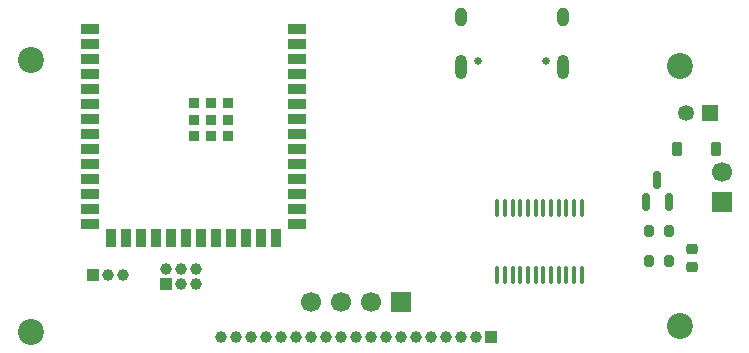
<source format=gbr>
%TF.GenerationSoftware,KiCad,Pcbnew,9.0.1*%
%TF.CreationDate,2025-06-14T17:56:14-05:00*%
%TF.ProjectId,OM-FlexGrid-Rigid-PCB,4f4d2d46-6c65-4784-9772-69642d526967,rev?*%
%TF.SameCoordinates,Original*%
%TF.FileFunction,Soldermask,Bot*%
%TF.FilePolarity,Negative*%
%FSLAX46Y46*%
G04 Gerber Fmt 4.6, Leading zero omitted, Abs format (unit mm)*
G04 Created by KiCad (PCBNEW 9.0.1) date 2025-06-14 17:56:14*
%MOMM*%
%LPD*%
G01*
G04 APERTURE LIST*
G04 Aperture macros list*
%AMRoundRect*
0 Rectangle with rounded corners*
0 $1 Rounding radius*
0 $2 $3 $4 $5 $6 $7 $8 $9 X,Y pos of 4 corners*
0 Add a 4 corners polygon primitive as box body*
4,1,4,$2,$3,$4,$5,$6,$7,$8,$9,$2,$3,0*
0 Add four circle primitives for the rounded corners*
1,1,$1+$1,$2,$3*
1,1,$1+$1,$4,$5*
1,1,$1+$1,$6,$7*
1,1,$1+$1,$8,$9*
0 Add four rect primitives between the rounded corners*
20,1,$1+$1,$2,$3,$4,$5,0*
20,1,$1+$1,$4,$5,$6,$7,0*
20,1,$1+$1,$6,$7,$8,$9,0*
20,1,$1+$1,$8,$9,$2,$3,0*%
G04 Aperture macros list end*
%ADD10R,1.498600X0.812800*%
%ADD11R,0.812800X1.498600*%
%ADD12R,0.889000X0.889000*%
%ADD13R,1.000000X1.000000*%
%ADD14C,1.000000*%
%ADD15R,1.700000X1.700000*%
%ADD16C,1.700000*%
%ADD17C,2.200000*%
%ADD18C,0.650000*%
%ADD19O,1.000000X2.100000*%
%ADD20O,1.000000X1.600000*%
%ADD21RoundRect,0.100000X-0.100000X0.637500X-0.100000X-0.637500X0.100000X-0.637500X0.100000X0.637500X0*%
%ADD22RoundRect,0.150000X0.150000X-0.587500X0.150000X0.587500X-0.150000X0.587500X-0.150000X-0.587500X0*%
%ADD23R,1.350000X1.350000*%
%ADD24C,1.350000*%
%ADD25RoundRect,0.200000X-0.200000X-0.275000X0.200000X-0.275000X0.200000X0.275000X-0.200000X0.275000X0*%
%ADD26RoundRect,0.225000X0.250000X-0.225000X0.250000X0.225000X-0.250000X0.225000X-0.250000X-0.225000X0*%
%ADD27RoundRect,0.225000X0.225000X0.375000X-0.225000X0.375000X-0.225000X-0.375000X0.225000X-0.375000X0*%
G04 APERTURE END LIST*
D10*
%TO.C,U2*%
X179500000Y-100840000D03*
X179500000Y-102110000D03*
X179500000Y-103380000D03*
X179500000Y-104650000D03*
X179500000Y-105920000D03*
X179500000Y-107190000D03*
X179500000Y-108460000D03*
X179500000Y-109730000D03*
X179500000Y-111000000D03*
X179500000Y-112270000D03*
X179500000Y-113540000D03*
X179500000Y-114810000D03*
X179500000Y-116080000D03*
X179500000Y-117350000D03*
D11*
X177735000Y-118600000D03*
X176465000Y-118600000D03*
X175195000Y-118600000D03*
X173925000Y-118600000D03*
X172655000Y-118600000D03*
X171385000Y-118600000D03*
X170115000Y-118600000D03*
X168845000Y-118600000D03*
X167575000Y-118600000D03*
X166305000Y-118600000D03*
X165035000Y-118600000D03*
X163765000Y-118600000D03*
D10*
X162000000Y-117350000D03*
X162000000Y-116080000D03*
X162000000Y-114810000D03*
X162000000Y-113540000D03*
X162000000Y-112270000D03*
X162000000Y-111000000D03*
X162000000Y-109730000D03*
X162000000Y-108460000D03*
X162000000Y-107190000D03*
X162000000Y-105920000D03*
X162000000Y-104650000D03*
X162000000Y-103380000D03*
X162000000Y-102110000D03*
X162000000Y-100840000D03*
D12*
X172250000Y-108560000D03*
X173650000Y-107160000D03*
X173650000Y-108560000D03*
X173650000Y-109960000D03*
X172250000Y-109960000D03*
X170850000Y-109960000D03*
X170850000Y-108560000D03*
X170850000Y-107160000D03*
X172250000Y-107160000D03*
%TD*%
D13*
%TO.C,J6*%
X162230000Y-121750000D03*
D14*
X163500000Y-121750000D03*
X164770000Y-121750000D03*
%TD*%
D13*
%TO.C,J1*%
X168480000Y-122500000D03*
D14*
X168480000Y-121230000D03*
X169750000Y-122500000D03*
X169750000Y-121230000D03*
X171020000Y-122500000D03*
X171020000Y-121230000D03*
%TD*%
D15*
%TO.C,SCRN1*%
X188310000Y-124000000D03*
D16*
X185770000Y-124000000D03*
X183230000Y-124000000D03*
X180690000Y-124000000D03*
%TD*%
D17*
%TO.C,H4*%
X157000000Y-126500000D03*
%TD*%
%TO.C,H3*%
X212000000Y-126000000D03*
%TD*%
%TO.C,H1*%
X157000000Y-103500000D03*
%TD*%
D15*
%TO.C,J2*%
X215500000Y-115500000D03*
D16*
X215500000Y-112960000D03*
%TD*%
D17*
%TO.C,H2*%
X212000000Y-104000000D03*
%TD*%
D18*
%TO.C,J4*%
X200640000Y-103555000D03*
X194860000Y-103555000D03*
D19*
X202070000Y-104085000D03*
D20*
X202070000Y-99905000D03*
D19*
X193430000Y-104085000D03*
D20*
X193430000Y-99905000D03*
%TD*%
D21*
%TO.C,U1*%
X196500000Y-116000000D03*
X197150000Y-116000000D03*
X197800000Y-116000000D03*
X198450000Y-116000000D03*
X199100000Y-116000000D03*
X199750000Y-116000000D03*
X200400000Y-116000000D03*
X201050000Y-116000000D03*
X201700000Y-116000000D03*
X202350000Y-116000000D03*
X203000000Y-116000000D03*
X203650000Y-116000000D03*
X203650000Y-121725000D03*
X203000000Y-121725000D03*
X202350000Y-121725000D03*
X201700000Y-121725000D03*
X201050000Y-121725000D03*
X200400000Y-121725000D03*
X199750000Y-121725000D03*
X199100000Y-121725000D03*
X198450000Y-121725000D03*
X197800000Y-121725000D03*
X197150000Y-121725000D03*
X196500000Y-121725000D03*
%TD*%
D22*
%TO.C,Q1*%
X211000000Y-115500000D03*
X209100000Y-115500000D03*
X210050000Y-113625000D03*
%TD*%
D23*
%TO.C,J5*%
X214500000Y-108000000D03*
D24*
X212500000Y-108000000D03*
%TD*%
D25*
%TO.C,R10*%
X209350000Y-120500000D03*
X211000000Y-120500000D03*
%TD*%
D26*
%TO.C,C9*%
X213000000Y-121050000D03*
X213000000Y-119500000D03*
%TD*%
D25*
%TO.C,R11*%
X209350000Y-118000000D03*
X211000000Y-118000000D03*
%TD*%
D27*
%TO.C,D4*%
X215000000Y-111000000D03*
X211700000Y-111000000D03*
%TD*%
D13*
%TO.C,J3*%
X195930000Y-127000000D03*
D14*
X194660000Y-127000000D03*
X193390000Y-127000000D03*
X192120000Y-127000000D03*
X190850000Y-127000000D03*
X189580000Y-127000000D03*
X188310000Y-127000000D03*
X187040000Y-127000000D03*
X185770000Y-127000000D03*
X184500000Y-127000000D03*
X183230000Y-127000000D03*
X181960000Y-127000000D03*
X180690000Y-127000000D03*
X179420000Y-127000000D03*
X178150000Y-127000000D03*
X176880000Y-127000000D03*
X175610000Y-127000000D03*
X174340000Y-127000000D03*
X173070000Y-127000000D03*
%TD*%
M02*

</source>
